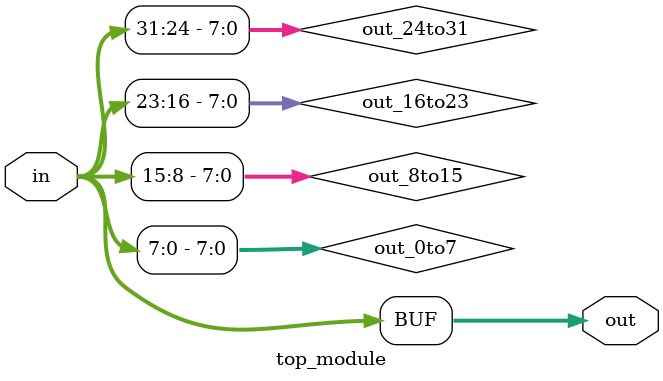
<source format=sv>
module top_module (
    input [31:0] in,
    output [31:0] out
);
    reg [7:0] out_0to7;
    reg [7:0] out_8to15;
    reg [7:0] out_16to23;
    reg [7:0] out_24to31;
    
    always @(*) begin
        out_0to7 = in[7:0];
        out_8to15 = in[15:8];
        out_16to23 = in[23:16];
        out_24to31 = in[31:24];
        out = {out_24to31, out_16to23, out_8to15, out_0to7};
    end

endmodule

</source>
